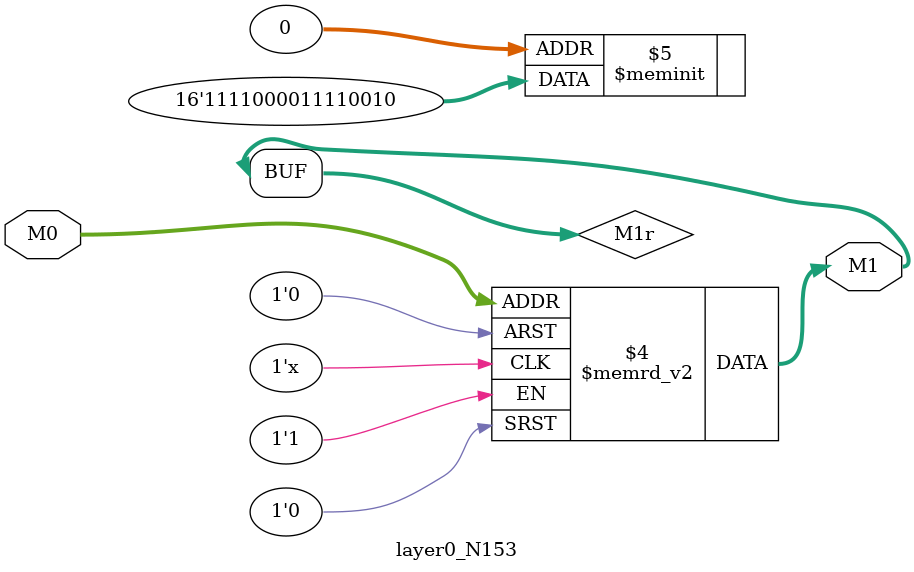
<source format=v>
module layer0_N153 ( input [2:0] M0, output [1:0] M1 );

	(*rom_style = "distributed" *) reg [1:0] M1r;
	assign M1 = M1r;
	always @ (M0) begin
		case (M0)
			3'b000: M1r = 2'b10;
			3'b100: M1r = 2'b00;
			3'b010: M1r = 2'b11;
			3'b110: M1r = 2'b11;
			3'b001: M1r = 2'b00;
			3'b101: M1r = 2'b00;
			3'b011: M1r = 2'b11;
			3'b111: M1r = 2'b11;

		endcase
	end
endmodule

</source>
